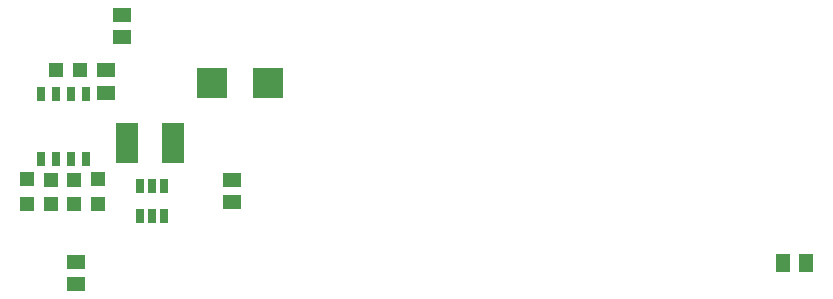
<source format=gbr>
G04 EAGLE Gerber RS-274X export*
G75*
%MOMM*%
%FSLAX34Y34*%
%LPD*%
%INSolderpaste Bottom*%
%IPPOS*%
%AMOC8*
5,1,8,0,0,1.08239X$1,22.5*%
G01*
%ADD10R,1.900000X3.400000*%
%ADD11R,0.635000X1.270000*%
%ADD12R,1.600000X1.300000*%
%ADD13R,1.200000X1.200000*%
%ADD14R,1.300000X1.200000*%
%ADD15R,1.200000X1.300000*%
%ADD16R,1.500000X1.300000*%
%ADD17R,1.300000X1.500000*%
%ADD18R,2.540000X2.540000*%
%ADD19R,0.700000X1.300000*%


D10*
X3313500Y281400D03*
X3274500Y281400D03*
D11*
X3305800Y219800D03*
X3295800Y219800D03*
X3285800Y219800D03*
X3285800Y244800D03*
X3295800Y244800D03*
X3305800Y244800D03*
D12*
X3231800Y180800D03*
X3231800Y161800D03*
D13*
X3190000Y229500D03*
X3190000Y250500D03*
X3250000Y229500D03*
X3250000Y250500D03*
D14*
X3210000Y250160D03*
X3210000Y229840D03*
X3230000Y250160D03*
X3230000Y229840D03*
D15*
X3234660Y342900D03*
X3214340Y342900D03*
D16*
X3257100Y324100D03*
X3257100Y343100D03*
X3270100Y389700D03*
X3270100Y370700D03*
D17*
X3830500Y180000D03*
X3849500Y180000D03*
D16*
X3363200Y231100D03*
X3363200Y250100D03*
D18*
X3393795Y332500D03*
X3346805Y332500D03*
D19*
X3214550Y268200D03*
X3201850Y268200D03*
X3227250Y268200D03*
X3239950Y268200D03*
X3214550Y323200D03*
X3201850Y323200D03*
X3227250Y323200D03*
X3239950Y323200D03*
M02*

</source>
